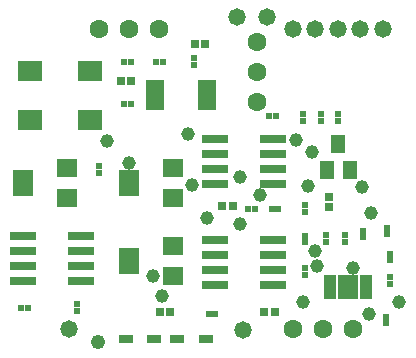
<source format=gts>
G04 Layer_Color=8388736*
%FSLAX24Y24*%
%MOIN*%
G70*
G01*
G75*
%ADD33R,0.0489X0.0261*%
%ADD34R,0.0293X0.0316*%
%ADD35R,0.0222X0.0214*%
%ADD36R,0.0214X0.0222*%
%ADD37R,0.0860X0.0290*%
%ADD38R,0.0474X0.0631*%
%ADD39R,0.0710X0.0867*%
%ADD40R,0.0710X0.0592*%
%ADD41R,0.0710X0.0820*%
%ADD42R,0.0400X0.0200*%
%ADD43R,0.0316X0.0293*%
%ADD44R,0.0600X0.0190*%
%ADD45R,0.0788X0.0709*%
%ADD46C,0.0580*%
%ADD47C,0.0630*%
%ADD48C,0.0460*%
%ADD49C,0.0480*%
D33*
X-8637Y900D02*
D03*
X-7700D02*
D03*
X-9431D02*
D03*
X-10368D02*
D03*
D34*
X-5400Y1800D02*
D03*
X-5739D02*
D03*
X-9213D02*
D03*
X-8874D02*
D03*
X-10519Y9500D02*
D03*
X-10181D02*
D03*
X-7139Y5350D02*
D03*
X-6800D02*
D03*
X-7731Y10750D02*
D03*
X-8069D02*
D03*
D35*
X-1550Y2750D02*
D03*
Y2970D02*
D03*
X-3693Y4150D02*
D03*
Y4370D02*
D03*
X-2450Y4520D02*
D03*
Y4300D02*
D03*
X-4393Y3050D02*
D03*
Y3270D02*
D03*
X-1550Y3530D02*
D03*
Y3750D02*
D03*
X-3043Y4370D02*
D03*
Y4150D02*
D03*
X-4393Y5370D02*
D03*
Y5150D02*
D03*
Y4130D02*
D03*
Y4350D02*
D03*
X-12000Y2070D02*
D03*
Y1850D02*
D03*
X-3850Y8400D02*
D03*
Y8180D02*
D03*
X-3293D02*
D03*
Y8400D02*
D03*
X-11243Y6450D02*
D03*
Y6670D02*
D03*
X-4450Y8400D02*
D03*
Y8180D02*
D03*
X-1700Y1650D02*
D03*
Y1430D02*
D03*
X-1643Y4400D02*
D03*
Y4620D02*
D03*
X-8100Y10270D02*
D03*
Y10050D02*
D03*
D36*
X-13630Y1950D02*
D03*
X-13850D02*
D03*
X-6050Y5250D02*
D03*
X-6270D02*
D03*
X-9350Y10150D02*
D03*
X-9130D02*
D03*
X-5350Y8350D02*
D03*
X-5570D02*
D03*
X-10420Y10150D02*
D03*
X-10200D02*
D03*
X-7373Y1750D02*
D03*
X-7593D02*
D03*
X-10420Y8750D02*
D03*
X-10200D02*
D03*
X-5500Y5250D02*
D03*
X-5280D02*
D03*
D37*
X-13793Y4350D02*
D03*
Y3850D02*
D03*
Y3350D02*
D03*
Y2850D02*
D03*
X-11853D02*
D03*
Y3350D02*
D03*
Y3850D02*
D03*
Y4350D02*
D03*
X-7393Y4200D02*
D03*
Y3700D02*
D03*
Y3200D02*
D03*
Y2700D02*
D03*
X-5453D02*
D03*
Y3200D02*
D03*
Y3700D02*
D03*
Y4200D02*
D03*
X-7380Y7580D02*
D03*
Y7080D02*
D03*
Y6580D02*
D03*
Y6080D02*
D03*
X-5440D02*
D03*
Y6580D02*
D03*
Y7080D02*
D03*
Y7580D02*
D03*
D38*
X-3274Y7416D02*
D03*
X-2900Y6550D02*
D03*
X-3648D02*
D03*
D39*
X-13772Y6100D02*
D03*
X-10243D02*
D03*
X-10250Y3500D02*
D03*
D40*
X-12315Y6600D02*
D03*
Y5600D02*
D03*
X-8787Y6600D02*
D03*
Y5600D02*
D03*
X-8793Y4000D02*
D03*
Y3000D02*
D03*
D41*
X-2943Y2650D02*
D03*
D42*
X-2343Y2950D02*
D03*
Y2750D02*
D03*
Y2550D02*
D03*
Y2350D02*
D03*
X-3543D02*
D03*
Y2550D02*
D03*
Y2750D02*
D03*
Y2950D02*
D03*
D43*
X-3600Y5650D02*
D03*
Y5311D02*
D03*
D44*
X-9400Y9444D02*
D03*
Y9247D02*
D03*
Y9050D02*
D03*
Y8853D02*
D03*
Y8656D02*
D03*
X-7668D02*
D03*
Y8853D02*
D03*
Y9050D02*
D03*
Y9247D02*
D03*
Y9444D02*
D03*
D45*
X-13550Y8197D02*
D03*
X-11550Y9850D02*
D03*
Y8197D02*
D03*
X-13550Y9850D02*
D03*
D46*
X-1800Y11250D02*
D03*
X-3300D02*
D03*
X-2550D02*
D03*
X-12250Y1250D02*
D03*
X-4050Y11250D02*
D03*
X-4800D02*
D03*
X-5650Y11650D02*
D03*
X-6450Y1200D02*
D03*
X-6650Y11650D02*
D03*
D47*
X-9250Y11250D02*
D03*
X-6000Y8800D02*
D03*
Y10800D02*
D03*
X-10250Y11250D02*
D03*
X-11250D02*
D03*
X-6000Y9800D02*
D03*
X-3800Y1250D02*
D03*
X-4800D02*
D03*
X-2800D02*
D03*
D48*
X-6550Y4750D02*
D03*
X-4690Y7550D02*
D03*
X-8140Y6050D02*
D03*
X-10243Y6760D02*
D03*
X-9145Y2345D02*
D03*
X-2780Y3270D02*
D03*
X-4000Y3350D02*
D03*
X-4050Y3850D02*
D03*
X-5890Y5700D02*
D03*
X-6550Y6300D02*
D03*
X-4450Y2150D02*
D03*
X-8300Y7750D02*
D03*
X-4300Y6000D02*
D03*
X-4150Y7150D02*
D03*
X-2480Y5960D02*
D03*
X-2200Y5100D02*
D03*
X-9450Y3000D02*
D03*
X-7650Y4950D02*
D03*
X-1250Y2150D02*
D03*
X-2250Y1750D02*
D03*
X-11000Y7500D02*
D03*
D49*
X-11300Y800D02*
D03*
M02*

</source>
